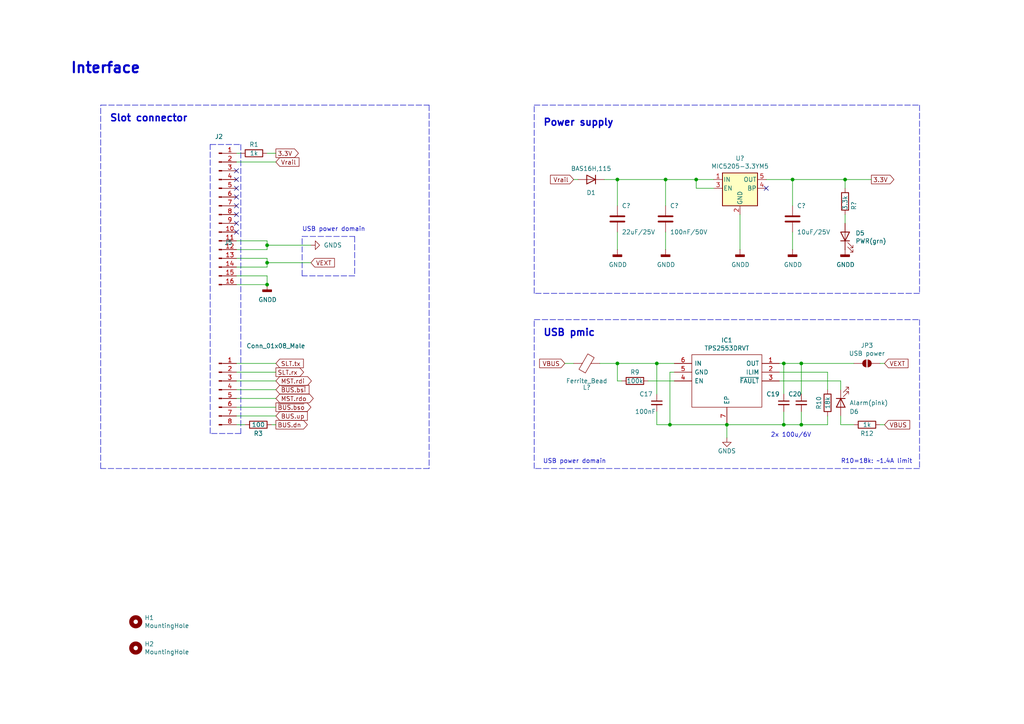
<source format=kicad_sch>
(kicad_sch (version 20250114) (generator "eeschema") (generator_version "9.0")
  (paper "A4")
  (title_block (title "RTB C10 Module") (date "2025-09-22") (rev "4") (company "Frank Schumacher") (comment 1 "Bus Master /w USB"))
  (lib_symbols
    (symbol "Connector:Conn_01x08_Male" (pin_names (offset 1.016) (hide yes))
      (property "Reference" "J" (at 0 10.16 0))
      (property "Value" "Connector_Conn_01x08_Male" (at 0 -12.7 0))
      (symbol "Conn_01x08_Male_1_1"
        (rectangle (start 0.8636 7.747) (end 0 7.493) (stroke (width 0.1524)) (fill (type outline)))
        (rectangle (start 0.8636 5.207) (end 0 4.953) (stroke (width 0.1524)) (fill (type outline)))
        (rectangle (start 0.8636 2.667) (end 0 2.413) (stroke (width 0.1524)) (fill (type outline)))
        (rectangle (start 0.8636 0.127) (end 0 -0.127) (stroke (width 0.1524)) (fill (type outline)))
        (rectangle (start 0.8636 -2.413) (end 0 -2.667) (stroke (width 0.1524)) (fill (type outline)))
        (rectangle (start 0.8636 -4.953) (end 0 -5.207) (stroke (width 0.1524)) (fill (type outline)))
        (rectangle (start 0.8636 -7.493) (end 0 -7.747) (stroke (width 0.1524)) (fill (type outline)))
        (rectangle (start 0.8636 -10.033) (end 0 -10.287) (stroke (width 0.1524)) (fill (type outline)))
        (polyline (pts (xy 1.27 7.62) (xy 0.8636 7.62)) (stroke (width 0.1524)))
        (polyline (pts (xy 1.27 5.08) (xy 0.8636 5.08)) (stroke (width 0.1524)))
        (polyline (pts (xy 1.27 2.54) (xy 0.8636 2.54)) (stroke (width 0.1524)))
        (polyline (pts (xy 1.27 0) (xy 0.8636 0)) (stroke (width 0.1524)))
        (polyline (pts (xy 1.27 -2.54) (xy 0.8636 -2.54)) (stroke (width 0.1524)))
        (polyline (pts (xy 1.27 -5.08) (xy 0.8636 -5.08)) (stroke (width 0.1524)))
        (polyline (pts (xy 1.27 -7.62) (xy 0.8636 -7.62)) (stroke (width 0.1524)))
        (polyline (pts (xy 1.27 -10.16) (xy 0.8636 -10.16)) (stroke (width 0.1524)))
        (pin passive line (at 5.08 7.62 180) (length 3.81) (name "Pin_1") (number "1"))
        (pin passive line (at 5.08 5.08 180) (length 3.81) (name "Pin_2") (number "2"))
        (pin passive line (at 5.08 2.54 180) (length 3.81) (name "Pin_3") (number "3"))
        (pin passive line (at 5.08 0 180) (length 3.81) (name "Pin_4") (number "4"))
        (pin passive line (at 5.08 -2.54 180) (length 3.81) (name "Pin_5") (number "5"))
        (pin passive line (at 5.08 -5.08 180) (length 3.81) (name "Pin_6") (number "6"))
        (pin passive line (at 5.08 -7.62 180) (length 3.81) (name "Pin_7") (number "7"))
        (pin passive line (at 5.08 -10.16 180) (length 3.81) (name "Pin_8") (number "8"))
      )
    )
    (symbol "Connector:Conn_01x16_Male" (pin_names (offset 1.016) (hide yes))
      (property "Reference" "J" (at 0 20.32 0))
      (property "Value" "Connector_Conn_01x16_Male" (at 0 -22.86 0))
      (symbol "Conn_01x16_Male_1_1"
        (rectangle (start 0.8636 17.907) (end 0 17.653) (stroke (width 0.1524)) (fill (type outline)))
        (rectangle (start 0.8636 15.367) (end 0 15.113) (stroke (width 0.1524)) (fill (type outline)))
        (rectangle (start 0.8636 12.827) (end 0 12.573) (stroke (width 0.1524)) (fill (type outline)))
        (rectangle (start 0.8636 10.287) (end 0 10.033) (stroke (width 0.1524)) (fill (type outline)))
        (rectangle (start 0.8636 7.747) (end 0 7.493) (stroke (width 0.1524)) (fill (type outline)))
        (rectangle (start 0.8636 5.207) (end 0 4.953) (stroke (width 0.1524)) (fill (type outline)))
        (rectangle (start 0.8636 2.667) (end 0 2.413) (stroke (width 0.1524)) (fill (type outline)))
        (rectangle (start 0.8636 0.127) (end 0 -0.127) (stroke (width 0.1524)) (fill (type outline)))
        (rectangle (start 0.8636 -2.413) (end 0 -2.667) (stroke (width 0.1524)) (fill (type outline)))
        (rectangle (start 0.8636 -4.953) (end 0 -5.207) (stroke (width 0.1524)) (fill (type outline)))
        (rectangle (start 0.8636 -7.493) (end 0 -7.747) (stroke (width 0.1524)) (fill (type outline)))
        (rectangle (start 0.8636 -10.033) (end 0 -10.287) (stroke (width 0.1524)) (fill (type outline)))
        (rectangle (start 0.8636 -12.573) (end 0 -12.827) (stroke (width 0.1524)) (fill (type outline)))
        (rectangle (start 0.8636 -15.113) (end 0 -15.367) (stroke (width 0.1524)) (fill (type outline)))
        (rectangle (start 0.8636 -17.653) (end 0 -17.907) (stroke (width 0.1524)) (fill (type outline)))
        (rectangle (start 0.8636 -20.193) (end 0 -20.447) (stroke (width 0.1524)) (fill (type outline)))
        (polyline (pts (xy 1.27 17.78) (xy 0.8636 17.78)) (stroke (width 0.1524)))
        (polyline (pts (xy 1.27 15.24) (xy 0.8636 15.24)) (stroke (width 0.1524)))
        (polyline (pts (xy 1.27 12.7) (xy 0.8636 12.7)) (stroke (width 0.1524)))
        (polyline (pts (xy 1.27 10.16) (xy 0.8636 10.16)) (stroke (width 0.1524)))
        (polyline (pts (xy 1.27 7.62) (xy 0.8636 7.62)) (stroke (width 0.1524)))
        (polyline (pts (xy 1.27 5.08) (xy 0.8636 5.08)) (stroke (width 0.1524)))
        (polyline (pts (xy 1.27 2.54) (xy 0.8636 2.54)) (stroke (width 0.1524)))
        (polyline (pts (xy 1.27 0) (xy 0.8636 0)) (stroke (width 0.1524)))
        (polyline (pts (xy 1.27 -2.54) (xy 0.8636 -2.54)) (stroke (width 0.1524)))
        (polyline (pts (xy 1.27 -5.08) (xy 0.8636 -5.08)) (stroke (width 0.1524)))
        (polyline (pts (xy 1.27 -7.62) (xy 0.8636 -7.62)) (stroke (width 0.1524)))
        (polyline (pts (xy 1.27 -10.16) (xy 0.8636 -10.16)) (stroke (width 0.1524)))
        (polyline (pts (xy 1.27 -12.7) (xy 0.8636 -12.7)) (stroke (width 0.1524)))
        (polyline (pts (xy 1.27 -15.24) (xy 0.8636 -15.24)) (stroke (width 0.1524)))
        (polyline (pts (xy 1.27 -17.78) (xy 0.8636 -17.78)) (stroke (width 0.1524)))
        (polyline (pts (xy 1.27 -20.32) (xy 0.8636 -20.32)) (stroke (width 0.1524)))
        (pin passive line (at 5.08 17.78 180) (length 3.81) (name "Pin_1") (number "1"))
        (pin passive line (at 5.08 15.24 180) (length 3.81) (name "Pin_2") (number "2"))
        (pin passive line (at 5.08 12.7 180) (length 3.81) (name "Pin_3") (number "3"))
        (pin passive line (at 5.08 10.16 180) (length 3.81) (name "Pin_4") (number "4"))
        (pin passive line (at 5.08 7.62 180) (length 3.81) (name "Pin_5") (number "5"))
        (pin passive line (at 5.08 5.08 180) (length 3.81) (name "Pin_6") (number "6"))
        (pin passive line (at 5.08 2.54 180) (length 3.81) (name "Pin_7") (number "7"))
        (pin passive line (at 5.08 0 180) (length 3.81) (name "Pin_8") (number "8"))
        (pin passive line (at 5.08 -2.54 180) (length 3.81) (name "Pin_9") (number "9"))
        (pin passive line (at 5.08 -5.08 180) (length 3.81) (name "Pin_10") (number "10"))
        (pin passive line (at 5.08 -7.62 180) (length 3.81) (name "Pin_11") (number "11"))
        (pin passive line (at 5.08 -10.16 180) (length 3.81) (name "Pin_12") (number "12"))
        (pin passive line (at 5.08 -12.7 180) (length 3.81) (name "Pin_13") (number "13"))
        (pin passive line (at 5.08 -15.24 180) (length 3.81) (name "Pin_14") (number "14"))
        (pin passive line (at 5.08 -17.78 180) (length 3.81) (name "Pin_15") (number "15"))
        (pin passive line (at 5.08 -20.32 180) (length 3.81) (name "Pin_16") (number "16"))
      )
    )
    (symbol "Device:C" (pin_numbers (hide yes)) (pin_names (offset 0.254))
      (property "Reference" "C" (at 0.635 2.54 0))
      (property "Value" "C" (at 0.635 -2.54 0))
      (symbol "C_0_1"
        (polyline (pts (xy -2.032 0.762) (xy 2.032 0.762)) (stroke (width 0.508)))
        (polyline (pts (xy -2.032 -0.762) (xy 2.032 -0.762)) (stroke (width 0.508)))
      )
      (symbol "C_1_1"
        (pin passive line (at 0 3.81 270) (length 2.794) (name "~") (number "1"))
        (pin passive line (at 0 -3.81 90) (length 2.794) (name "~") (number "2"))
      )
    )
    (symbol "Device:C_Small" (pin_numbers (hide yes)) (pin_names (offset 0.254) (hide yes))
      (property "Reference" "C" (at 0.254 1.778 0))
      (property "Value" "C_Small" (at 0.254 -2.032 0))
      (symbol "C_Small_0_1"
        (polyline (pts (xy -1.524 0.508) (xy 1.524 0.508)) (stroke (width 0.3048)))
        (polyline (pts (xy -1.524 -0.508) (xy 1.524 -0.508)) (stroke (width 0.3302)))
      )
      (symbol "C_Small_1_1"
        (pin passive line (at 0 2.54 270) (length 2.032) (name "~") (number "1"))
        (pin passive line (at 0 -2.54 90) (length 2.032) (name "~") (number "2"))
      )
    )
    (symbol "Device:D" (pin_numbers (hide yes)) (pin_names (offset 1.016) (hide yes))
      (property "Reference" "D" (at 0 2.54 0))
      (property "Value" "D" (at 0 -2.54 0))
      (symbol "D_0_1"
        (polyline (pts (xy -1.27 1.27) (xy -1.27 -1.27)) (stroke (width 0.254)))
        (polyline (pts (xy 1.27 1.27) (xy 1.27 -1.27) (xy -1.27 0) (xy 1.27 1.27)) (stroke (width 0.254)))
        (polyline (pts (xy 1.27 0) (xy -1.27 0)))
      )
      (symbol "D_1_1"
        (pin passive line (at -3.81 0 0) (length 2.54) (name "K") (number "1"))
        (pin passive line (at 3.81 0 180) (length 2.54) (name "A") (number "2"))
      )
    )
    (symbol "Device:Ferrite_Bead" (pin_numbers (hide yes)) (pin_names (offset 0))
      (property "Reference" "FB" (at -3.81 0.635 90))
      (property "Value" "Device_Ferrite_Bead" (at 3.81 0 90))
      (symbol "Ferrite_Bead_0_1"
        (polyline (pts (xy -2.7686 0.4064) (xy -1.7018 2.2606) (xy 2.7686 -0.3048) (xy 1.6764 -2.159) (xy -2.7686 0.4064)))
        (polyline (pts (xy 0 1.27) (xy 0 1.2954)))
        (polyline (pts (xy 0 -1.27) (xy 0 -1.2192)))
      )
      (symbol "Ferrite_Bead_1_1"
        (pin passive line (at 0 3.81 270) (length 2.54) (name "~") (number "1"))
        (pin passive line (at 0 -3.81 90) (length 2.54) (name "~") (number "2"))
      )
    )
    (symbol "Device:LED" (pin_numbers (hide yes)) (pin_names (offset 1.016) (hide yes))
      (property "Reference" "D" (at 0 2.54 0))
      (property "Value" "LED" (at 0 -2.54 0))
      (symbol "LED_0_1"
        (polyline (pts (xy -3.048 -0.762) (xy -4.572 -2.286) (xy -3.81 -2.286) (xy -4.572 -2.286) (xy -4.572 -1.524)))
        (polyline (pts (xy -1.778 -0.762) (xy -3.302 -2.286) (xy -2.54 -2.286) (xy -3.302 -2.286) (xy -3.302 -1.524)))
        (polyline (pts (xy -1.27 0) (xy 1.27 0)))
        (polyline (pts (xy -1.27 -1.27) (xy -1.27 1.27)) (stroke (width 0.254)))
        (polyline (pts (xy 1.27 -1.27) (xy 1.27 1.27) (xy -1.27 0) (xy 1.27 -1.27)) (stroke (width 0.254)))
      )
      (symbol "LED_1_1"
        (pin passive line (at -3.81 0 0) (length 2.54) (name "K") (number "1"))
        (pin passive line (at 3.81 0 180) (length 2.54) (name "A") (number "2"))
      )
    )
    (symbol "Device:R" (pin_numbers (hide yes)) (pin_names (offset 0))
      (property "Reference" "R" (at 2.032 0 90))
      (property "Value" "R" (at 0 0 90))
      (symbol "R_0_1"
        (rectangle (start -1.016 -2.54) (end 1.016 2.54) (stroke (width 0.254)))
      )
      (symbol "R_1_1"
        (pin passive line (at 0 3.81 270) (length 1.27) (name "~") (number "1"))
        (pin passive line (at 0 -3.81 90) (length 1.27) (name "~") (number "2"))
      )
    )
    (symbol "Jumper:SolderJumper_2_Open" (pin_numbers (hide yes)) (pin_names (offset 0) (hide yes)) (in_bom no)
      (property "Reference" "JP" (at 0 2.032 0))
      (property "Value" "SolderJumper_2_Open" (at 0 -2.54 0))
      (symbol "SolderJumper_2_Open_0_1"
        (polyline (pts (xy -0.254 1.016) (xy -0.254 -1.016)))
        (arc (start -0.254 -1.016) (mid -1.2656 0) (end -0.254 1.016))
        (arc (start -0.254 -1.016) (mid -1.2656 0) (end -0.254 1.016) (fill (type outline)))
        (arc (start 0.254 1.016) (mid 1.2656 0) (end 0.254 -1.016))
        (arc (start 0.254 1.016) (mid 1.2656 0) (end 0.254 -1.016) (fill (type outline)))
        (polyline (pts (xy 0.254 1.016) (xy 0.254 -1.016)))
      )
      (symbol "SolderJumper_2_Open_1_1"
        (pin passive line (at -3.81 0 0) (length 2.54) (name "A") (number "1"))
        (pin passive line (at 3.81 0 180) (length 2.54) (name "B") (number "2"))
      )
    )
    (symbol "Mechanical:MountingHole" (pin_names (offset 1.016)) (in_bom no)
      (property "Reference" "H" (at 0 5.08 0))
      (property "Value" "MountingHole" (at 0 3.175 0))
      (symbol "MountingHole_0_1"
        (circle (center 0 0) (radius 1.27) (stroke (width 1.27)))
      )
    )
    (symbol "RTB:TPS2552DRVT" (pin_names (offset 0.762))
      (property "Reference" "IC" (at 26.67 7.62 0))
      (property "Value" "TPS2552DRVT" (at 26.67 5.08 0))
      (symbol "TPS2552DRVT_0_0"
        (pin passive line (at 0 0 0) (length 5.08) (name "OUT") (number "1"))
        (pin passive line (at 0 -2.54 0) (length 5.08) (name "ILIM") (number "2"))
        (pin passive line (at 0 -5.08 0) (length 5.08) (name "~{FAULT}") (number "3"))
        (pin passive line (at 15.24 -17.78 90) (length 5.08) (name "EP") (number "7"))
        (pin passive line (at 30.48 0 180) (length 5.08) (name "IN") (number "6"))
        (pin passive line (at 30.48 -2.54 180) (length 5.08) (name "GND") (number "5"))
        (pin passive line (at 30.48 -5.08 180) (length 5.08) (name "EN") (number "4"))
      )
      (symbol "TPS2552DRVT_0_1"
        (polyline (pts (xy 5.08 2.54) (xy 25.4 2.54) (xy 25.4 -12.7) (xy 5.08 -12.7) (xy 5.08 2.54)) (stroke (width 0.1524)))
      )
    )
    (symbol "Regulator_Linear:MIC5205-3.3YM5" (pin_names (offset 0.254))
      (property "Reference" "U" (at -3.81 5.715 0))
      (property "Value" "MIC5205-3.3YM5" (at 0 5.715 0))
      (symbol "MIC5205-3.3YM5_0_1"
        (rectangle (start -5.08 4.445) (end 5.08 -5.08) (stroke (width 0.254)) (fill (type background)))
      )
      (symbol "MIC5205-3.3YM5_1_1"
        (pin power_in line (at -7.62 2.54 0) (length 2.54) (name "IN") (number "1"))
        (pin input line (at -7.62 0 0) (length 2.54) (name "EN") (number "3"))
        (pin power_in line (at 0 -7.62 90) (length 2.54) (name "GND") (number "2"))
        (pin power_out line (at 7.62 2.54 180) (length 2.54) (name "OUT") (number "5"))
        (pin input line (at 7.62 0 180) (length 2.54) (name "BP") (number "4"))
      )
    )
    (symbol "power:GNDD" (power) (pin_numbers (hide yes)) (pin_names (offset 0) (hide yes))
      (property "Value" "GNDD" (at 0 -3.175 0))
      (symbol "GNDD_0_1"
        (rectangle (start -1.27 -1.524) (end 1.27 -2.032) (stroke (width 0.254)) (fill (type outline)))
        (polyline (pts (xy 0 0) (xy 0 -1.524)))
      )
      (symbol "GNDD_1_1"
        (pin power_in line (at 0 0 270) (length 0) (name "~") (number "1"))
      )
    )
    (symbol "power:GNDS" (power) (pin_numbers (hide yes)) (pin_names (offset 0) (hide yes))
      (property "Value" "GNDS" (at 0 -3.81 0))
      (symbol "GNDS_0_1"
        (polyline (pts (xy 0 0) (xy 0 -1.27) (xy 1.27 -1.27) (xy 0 -2.54) (xy -1.27 -1.27) (xy 0 -1.27)))
      )
      (symbol "GNDS_1_1"
        (pin power_in line (at 0 0 270) (length 0) (name "~") (number "1"))
      )
    )
  )
  (text "Slot connector" (at 31.75 35.56 0) (effects (font (size 2.0066 2.0066) (thickness 0.4013) (bold yes)) (justify left bottom)))
  (text "R10=18k: ~1.4A limit" (at 254.254 133.858 0) (effects (font (size 1.27 1.27))))
  (text "2x 100u/6V" (at 223.52 127 0) (effects (font (size 1.27 1.27)) (justify left bottom)))
  (text "Interface" (at 20.32 21.59 0) (effects (font (size 2.9972 2.9972) (thickness 0.5994) (bold yes)) (justify left bottom)))
  (text "USB pmic" (at 157.48 97.79 0) (effects (font (size 2.0066 2.0066) (thickness 0.4013) (bold yes)) (justify left bottom)))
  (text "Power supply" (at 157.48 36.83 0) (effects (font (size 2.0066 2.0066) (thickness 0.4013) (bold yes)) (justify left bottom)))
  (text "USB power domain" (at 87.63 67.31 0) (effects (font (size 1.27 1.27)) (justify left bottom)))
  (text "USB power domain" (at 157.48 134.62 0) (effects (font (size 1.27 1.27)) (justify left bottom)))
  (junction (at 77.47 71.12))
  (junction (at 194.31 123.19))
  (junction (at 229.87 52.07))
  (junction (at 179.07 105.41))
  (junction (at 77.47 76.2))
  (junction (at 210.82 123.19))
  (junction (at 227.33 105.41))
  (junction (at 232.41 105.41))
  (junction (at 227.33 123.19))
  (junction (at 190.5 105.41))
  (junction (at 232.41 123.19))
  (junction (at 77.47 82.55))
  (junction (at 245.11 52.07))
  (junction (at 201.93 52.07))
  (junction (at 193.04 52.07))
  (junction (at 179.07 52.07))
  (no_connect (at 68.58 64.77))
  (no_connect (at 68.58 62.23))
  (no_connect (at 68.58 59.69))
  (no_connect (at 68.58 57.15))
  (no_connect (at 68.58 49.53))
  (no_connect (at 68.58 52.07))
  (no_connect (at 222.25 54.61))
  (no_connect (at 68.58 54.61))
  (no_connect (at 68.58 67.31))
  (polyline (pts (xy 154.94 30.48) (xy 266.7 30.48)) (stroke (width 0) (type dash)))
  (wire (pts (xy 68.58 74.93) (xy 77.47 74.93)))
  (wire (pts (xy 68.58 80.01) (xy 77.47 80.01)))
  (wire (pts (xy 68.58 44.45) (xy 69.85 44.45)))
  (wire (pts (xy 255.27 123.19) (xy 256.54 123.19)))
  (wire (pts (xy 243.84 120.65) (xy 243.84 123.19)))
  (polyline (pts (xy 29.21 30.48) (xy 124.46 30.48)) (stroke (width 0) (type dash)))
  (wire (pts (xy 77.47 71.12) (xy 77.47 72.39)))
  (wire (pts (xy 222.25 52.07) (xy 229.87 52.07)))
  (wire (pts (xy 190.5 105.41) (xy 195.58 105.41)))
  (wire (pts (xy 245.11 52.07) (xy 252.73 52.07)))
  (wire (pts (xy 190.5 114.3) (xy 190.5 105.41)))
  (polyline (pts (xy 102.87 80.01) (xy 87.63 80.01)) (stroke (width 0) (type dash)))
  (wire (pts (xy 68.58 113.03) (xy 80.01 113.03)))
  (wire (pts (xy 226.06 105.41) (xy 227.33 105.41)))
  (wire (pts (xy 207.01 54.61) (xy 201.93 54.61)))
  (wire (pts (xy 77.47 72.39) (xy 68.58 72.39)))
  (wire (pts (xy 77.47 71.12) (xy 90.17 71.12)))
  (wire (pts (xy 173.99 105.41) (xy 179.07 105.41)))
  (polyline (pts (xy 266.7 92.71) (xy 266.7 135.89)) (stroke (width 0) (type dash)))
  (wire (pts (xy 226.06 110.49) (xy 243.84 110.49)))
  (polyline (pts (xy 154.94 85.09) (xy 154.94 30.48)) (stroke (width 0) (type dash)))
  (wire (pts (xy 77.47 74.93) (xy 77.47 76.2)))
  (wire (pts (xy 227.33 105.41) (xy 227.33 114.3)))
  (polyline (pts (xy 124.46 30.48) (xy 124.46 135.89)) (stroke (width 0) (type dash)))
  (wire (pts (xy 240.03 123.19) (xy 232.41 123.19)))
  (polyline (pts (xy 60.96 41.91) (xy 69.85 41.91)) (stroke (width 0) (type dash)))
  (wire (pts (xy 68.58 110.49) (xy 80.01 110.49)))
  (polyline (pts (xy 154.94 92.71) (xy 266.7 92.71)) (stroke (width 0) (type dash)))
  (polyline (pts (xy 266.7 135.89) (xy 154.94 135.89)) (stroke (width 0) (type dash)))
  (wire (pts (xy 179.07 52.07) (xy 193.04 52.07)))
  (wire (pts (xy 214.63 62.23) (xy 214.63 72.39)))
  (wire (pts (xy 190.5 123.19) (xy 194.31 123.19)))
  (wire (pts (xy 163.83 105.41) (xy 166.37 105.41)))
  (wire (pts (xy 193.04 52.07) (xy 201.93 52.07)))
  (wire (pts (xy 68.58 69.85) (xy 77.47 69.85)))
  (wire (pts (xy 255.27 105.41) (xy 256.54 105.41)))
  (wire (pts (xy 245.11 62.23) (xy 245.11 64.77)))
  (wire (pts (xy 194.31 107.95) (xy 194.31 123.19)))
  (wire (pts (xy 77.47 44.45) (xy 80.01 44.45)))
  (wire (pts (xy 232.41 114.3) (xy 232.41 105.41)))
  (polyline (pts (xy 102.87 68.58) (xy 102.87 80.01)) (stroke (width 0) (type dash)))
  (wire (pts (xy 77.47 76.2) (xy 90.17 76.2)))
  (wire (pts (xy 78.74 123.19) (xy 80.01 123.19)))
  (wire (pts (xy 68.58 105.41) (xy 80.01 105.41)))
  (wire (pts (xy 179.07 110.49) (xy 179.07 105.41)))
  (wire (pts (xy 229.87 67.31) (xy 229.87 72.39)))
  (wire (pts (xy 243.84 123.19) (xy 247.65 123.19)))
  (wire (pts (xy 227.33 123.19) (xy 210.82 123.19)))
  (wire (pts (xy 193.04 59.69) (xy 193.04 52.07)))
  (wire (pts (xy 68.58 118.11) (xy 80.01 118.11)))
  (wire (pts (xy 179.07 59.69) (xy 179.07 52.07)))
  (polyline (pts (xy 69.85 125.73) (xy 60.96 125.73)) (stroke (width 0) (type dash)))
  (polyline (pts (xy 266.7 85.09) (xy 154.94 85.09)) (stroke (width 0) (type dash)))
  (wire (pts (xy 201.93 54.61) (xy 201.93 52.07)))
  (wire (pts (xy 245.11 54.61) (xy 245.11 52.07)))
  (polyline (pts (xy 69.85 41.91) (xy 69.85 125.73)) (stroke (width 0) (type dash)))
  (polyline (pts (xy 154.94 135.89) (xy 154.94 92.71)) (stroke (width 0) (type dash)))
  (wire (pts (xy 68.58 107.95) (xy 80.01 107.95)))
  (wire (pts (xy 77.47 69.85) (xy 77.47 71.12)))
  (wire (pts (xy 68.58 82.55) (xy 77.47 82.55)))
  (wire (pts (xy 195.58 107.95) (xy 194.31 107.95)))
  (wire (pts (xy 232.41 123.19) (xy 227.33 123.19)))
  (wire (pts (xy 193.04 67.31) (xy 193.04 72.39)))
  (wire (pts (xy 227.33 105.41) (xy 232.41 105.41)))
  (wire (pts (xy 68.58 46.99) (xy 80.01 46.99)))
  (wire (pts (xy 243.84 110.49) (xy 243.84 113.03)))
  (wire (pts (xy 179.07 105.41) (xy 190.5 105.41)))
  (polyline (pts (xy 87.63 80.01) (xy 87.63 68.58)) (stroke (width 0) (type dash)))
  (polyline (pts (xy 87.63 68.58) (xy 102.87 68.58)) (stroke (width 0) (type dash)))
  (wire (pts (xy 68.58 115.57) (xy 80.01 115.57)))
  (wire (pts (xy 240.03 107.95) (xy 240.03 113.03)))
  (wire (pts (xy 226.06 107.95) (xy 240.03 107.95)))
  (polyline (pts (xy 266.7 30.48) (xy 266.7 85.09)) (stroke (width 0) (type dash)))
  (wire (pts (xy 232.41 119.38) (xy 232.41 123.19)))
  (wire (pts (xy 166.37 52.07) (xy 167.64 52.07)))
  (wire (pts (xy 201.93 52.07) (xy 207.01 52.07)))
  (wire (pts (xy 232.41 105.41) (xy 247.65 105.41)))
  (wire (pts (xy 179.07 72.39) (xy 179.07 67.31)))
  (polyline (pts (xy 29.21 135.89) (xy 29.21 30.48)) (stroke (width 0) (type dash)))
  (polyline (pts (xy 124.46 135.89) (xy 29.21 135.89)) (stroke (width 0) (type dash)))
  (wire (pts (xy 77.47 77.47) (xy 68.58 77.47)))
  (wire (pts (xy 229.87 52.07) (xy 229.87 59.69)))
  (wire (pts (xy 187.96 110.49) (xy 195.58 110.49)))
  (wire (pts (xy 175.26 52.07) (xy 179.07 52.07)))
  (wire (pts (xy 190.5 119.38) (xy 190.5 123.19)))
  (wire (pts (xy 77.47 76.2) (xy 77.47 77.47)))
  (wire (pts (xy 179.07 110.49) (xy 180.34 110.49)))
  (wire (pts (xy 68.58 123.19) (xy 71.12 123.19)))
  (wire (pts (xy 210.82 123.19) (xy 194.31 123.19)))
  (wire (pts (xy 77.47 80.01) (xy 77.47 82.55)))
  (wire (pts (xy 68.58 120.65) (xy 80.01 120.65)))
  (wire (pts (xy 229.87 52.07) (xy 245.11 52.07)))
  (polyline (pts (xy 60.96 125.73) (xy 60.96 41.91)) (stroke (width 0) (type dash)))
  (wire (pts (xy 227.33 119.38) (xy 227.33 123.19)))
  (wire (pts (xy 210.82 123.19) (xy 210.82 127)))
  (wire (pts (xy 240.03 120.65) (xy 240.03 123.19)))
  (global_label "Vrail" (shape input) (at 80.01 46.99 0) (property "Intersheetrefs" "${INTERSHEET_REFS}" (effects (hide yes))))
  (global_label "VEXT" (shape input) (at 90.17 76.2 0) (property "Intersheetrefs" "${INTERSHEET_REFS}" (effects (hide yes))))
  (global_label "VEXT" (shape input) (at 256.54 105.41 0) (property "Intersheetrefs" "${INTERSHEET_REFS}" (effects (hide yes))))
  (global_label "VBUS" (shape input) (at 163.83 105.41 180) (property "Intersheetrefs" "${INTERSHEET_REFS}" (effects (hide yes))))
  (global_label "BUS.dn" (shape output) (at 80.01 123.19 0) (property "Intersheetrefs" "${INTERSHEET_REFS}" (effects (hide yes))))
  (global_label "3.3V" (shape output) (at 252.73 52.07 0) (property "Intersheetrefs" "${INTERSHEET_REFS}" (effects (hide yes))))
  (global_label "Vrail" (shape input) (at 166.37 52.07 180) (property "Intersheetrefs" "${INTERSHEET_REFS}" (effects (hide yes))))
  (global_label "MST.rdi" (shape bidirectional) (at 80.01 110.49 0) (property "Intersheetrefs" "${INTERSHEET_REFS}" (effects (hide yes))))
  (global_label "SLT.tx" (shape input) (at 80.01 105.41 0) (property "Intersheetrefs" "${INTERSHEET_REFS}" (effects (hide yes))))
  (global_label "3.3V" (shape output) (at 80.01 44.45 0) (property "Intersheetrefs" "${INTERSHEET_REFS}" (effects (hide yes))))
  (global_label "~{BUS.bsi}" (shape input) (at 80.01 113.03 0) (property "Intersheetrefs" "${INTERSHEET_REFS}" (effects (hide yes))))
  (global_label "VBUS" (shape input) (at 256.54 123.19 0) (property "Intersheetrefs" "${INTERSHEET_REFS}" (effects (hide yes))))
  (global_label "SLT.rx" (shape output) (at 80.01 107.95 0) (property "Intersheetrefs" "${INTERSHEET_REFS}" (effects (hide yes))))
  (global_label "BUS.up" (shape input) (at 80.01 120.65 0) (property "Intersheetrefs" "${INTERSHEET_REFS}" (effects (hide yes))))
  (global_label "MST.rdo" (shape bidirectional) (at 80.01 115.57 0) (property "Intersheetrefs" "${INTERSHEET_REFS}" (effects (hide yes))))
  (global_label "~{BUS.bso}" (shape output) (at 80.01 118.11 0) (property "Intersheetrefs" "${INTERSHEET_REFS}" (effects (hide yes))))
  (symbol (lib_id "Device:C") (at 193.04 63.5 0) (unit 1)
    (property "Reference" "C2" (at 194.31 59.69 0) (effects (justify left)))
    (property "Value" "100nF/50V" (at 194.31 67.31 0) (effects (justify left)))
    (property "Footprint" "Capacitor_SMD:C_0805_2012Metric" (effects (hide yes)))
    (property "Description" "100nF 50V X7R ±10% 0805 MLCC" (effects (hide yes)))
    (property "LCSC Part #" "C49678" (effects (hide yes)))
    (instances (project "" (path "" (reference "C?") (unit 1)) (path "" (reference "C2") (unit 1))))
  )
  (symbol (lib_id "Device:C") (at 229.87 63.5 0) (unit 1)
    (property "Reference" "C3" (at 231.14 59.69 0) (effects (justify left)))
    (property "Value" "10uF/25V" (at 231.14 67.31 0) (effects (justify left)))
    (property "Footprint" "Capacitor_SMD:C_0805_2012Metric" (effects (hide yes)))
    (property "Description" "10uF 25V X5R ±10% 0805 MLCC" (effects (hide yes)))
    (property "LCSC Part #" "C5137488" (effects (hide yes)))
    (instances (project "" (path "" (reference "C?") (unit 1)) (path "" (reference "C3") (unit 1))))
  )
  (symbol (lib_id "power:GNDD") (at 229.87 72.39 0) (unit 1)
    (property "Reference" "#PWR010" (effects (hide yes)))
    (property "Value" "GNDD" (at 229.997 76.7842 0))
    (instances (project "" (path "" (reference "#PWR?") (unit 1)) (path "" (reference "#PWR010") (unit 1))))
  )
  (symbol (lib_id "power:GNDD") (at 214.63 72.39 0) (unit 1)
    (property "Reference" "#PWR07" (effects (hide yes)))
    (property "Value" "GNDD" (at 214.757 76.7842 0))
    (instances (project "" (path "" (reference "#PWR?") (unit 1)) (path "" (reference "#PWR07") (unit 1))))
  )
  (symbol (lib_id "Regulator_Linear:MIC5205-3.3YM5") (at 214.63 54.61 0) (unit 1)
    (property "Reference" "U5" (at 214.63 45.9232 0))
    (property "Value" "MIC5205-3.3YM5" (at 214.63 48.2346 0))
    (property "Footprint" "Package_TO_SOT_SMD:SOT-23-5" (effects (hide yes)))
    (property "Datasheet" "http://ww1.microchip.com/downloads/en/DeviceDoc/20005785A.pdf" (effects (hide yes)))
    (property "Description" "Positive SOT-23-5 Voltage Regulator" (effects (hide yes)))
    (property "Mouser" "998-MIC5205-3.3YM5TR" (effects (hide yes)))
    (property "LCSC Part #" "C37970" (effects (hide yes)))
    (instances (project "" (path "" (reference "U?") (unit 1)) (path "" (reference "U5") (unit 1))))
  )
  (symbol (lib_id "Device:LED") (at 245.11 68.58 90) (unit 1)
    (property "Reference" "D5" (at 248.1072 67.6148 90) (effects (justify right)))
    (property "Value" "PWR(grn)" (at 248.1072 69.9262 90) (effects (justify right)))
    (property "Footprint" "LED_SMD:LED_0603_1608Metric" (effects (hide yes)))
    (property "Description" "Green LED" (effects (hide yes)))
    (property "LCSC Part #" "C84264" (effects (hide yes)))
  )
  (symbol (lib_id "Device:R") (at 245.11 58.42 0) (unit 1)
    (property "Reference" "R28" (at 247.65 60.96 90) (effects (justify left)))
    (property "Value" "3.3k" (at 245.11 60.96 90) (effects (justify left)))
    (property "Footprint" "Resistor_SMD:R_0603_1608Metric" (effects (hide yes)))
    (property "Description" "-55℃~+155℃ 100mW 3.3kΩ 75V Thick Film Resistor ±1% ±100ppm/℃ 0603 Chip Resistor - Surface Mount ROHS" (effects (hide yes)))
    (property "LCSC Part #" "C22978" (effects (hide yes)))
    (instances (project "" (path "" (reference "R?") (unit 1)) (path "" (reference "R28") (unit 1))))
  )
  (symbol (lib_id "power:GNDD") (at 245.11 72.39 0) (unit 1)
    (property "Reference" "#PWR026" (effects (hide yes)))
    (property "Value" "GNDD" (at 245.237 76.7842 0))
    (instances (project "" (path "" (reference "#PWR?") (unit 1)) (path "" (reference "#PWR026") (unit 1))))
  )
  (symbol (lib_id "power:GNDD") (at 193.04 72.39 0) (unit 1)
    (property "Reference" "#PWR01" (effects (hide yes)))
    (property "Value" "GNDD" (at 193.167 76.7842 0))
    (instances (project "" (path "" (reference "#PWR?") (unit 1)) (path "" (reference "#PWR01") (unit 1))))
  )
  (symbol (lib_id "Connector:Conn_01x16_Male") (at 63.5 62.23 0) (unit 1)
    (property "Reference" "J2" (at 63.5 39.624 0))
    (property "Value" "Conn_01x16_Male" (effects (hide yes)))
    (property "Footprint" "Connector_PinHeader_2.54mm:PinHeader_1x16_P2.54mm_Vertical" (effects (hide yes)))
  )
  (symbol (lib_id "Mechanical:MountingHole") (at 39.37 187.96 0) (unit 1)
    (property "Reference" "H2" (at 41.91 186.7916 0) (effects (justify left)))
    (property "Value" "MountingHole" (at 41.91 189.103 0) (effects (justify left)))
    (property "Footprint" "MountingHole:MountingHole_3.2mm_M3_ISO7380_Pad" (effects (hide yes)))
    (property "Description" "M3 hole" (effects (hide yes)))
  )
  (symbol (lib_id "Mechanical:MountingHole") (at 39.37 180.34 0) (unit 1)
    (property "Reference" "H1" (at 41.91 179.1716 0) (effects (justify left)))
    (property "Value" "MountingHole" (at 41.91 181.483 0) (effects (justify left)))
    (property "Footprint" "MountingHole:MountingHole_3.2mm_M3_ISO7380_Pad" (effects (hide yes)))
    (property "Description" "M3 hole" (effects (hide yes)))
  )
  (symbol (lib_id "power:GNDD") (at 77.47 82.55 0) (unit 1)
    (property "Reference" "#PWR0101" (effects (hide yes)))
    (property "Value" "GNDD" (at 77.597 86.9442 0))
    (instances (project "" (path "" (reference "#PWR?") (unit 1)) (path "" (reference "#PWR0101") (unit 1))))
  )
  (symbol (lib_id "Device:D") (at 171.45 52.07 180) (unit 1)
    (property "Reference" "D1" (at 171.45 55.88 0))
    (property "Value" "BAS16H,115" (at 171.45 48.895 0))
    (property "Footprint" "Diode_SMD:D_SOD-123F" (effects (hide yes)))
    (property "Description" "1.25V@150mA 100V 215mA 4A 4ns 500nA@80V Independent SOD-123F Switching Diodes" (effects (hide yes)))
    (property "LCSC Part #" "C130413" (effects (hide yes)))
  )
  (symbol (lib_id "Device:R") (at 73.66 44.45 270) (unit 1)
    (property "Reference" "R1" (at 73.66 41.91 90))
    (property "Value" "1k" (at 73.66 44.45 90))
    (property "Footprint" "Resistor_SMD:R_0603_1608Metric" (effects (hide yes)))
    (property "Description" "1kOhms, 1%, 1/10W" (effects (hide yes)))
    (property "Mouser" "603-RC0603FR-101KL" (effects (hide yes)))
    (property "LCSC Part #" "C21190" (effects (hide yes)))
  )
  (symbol (lib_id "Device:R") (at 74.93 123.19 270) (unit 1)
    (property "Reference" "R3" (at 74.93 125.73 90))
    (property "Value" "100" (at 74.93 123.19 90))
    (property "Footprint" "Resistor_SMD:R_0603_1608Metric" (effects (hide yes)))
    (property "Description" "100 Ohms 1/4 W 0603 1 %" (effects (hide yes)))
    (property "Mouser" "603-SR0603FR-7T100RL" (effects (hide yes)))
    (property "LCSC Part #" "C22775" (effects (hide yes)))
  )
  (symbol (lib_id "Connector:Conn_01x08_Male") (at 63.5 113.03 0) (unit 1)
    (property "Reference" "J5" (at 66.2432 70.3326 0))
    (property "Value" "Conn_01x08_Male" (at 80.01 100.33 0))
    (property "Footprint" "Connector_PinHeader_2.54mm:PinHeader_1x08_P2.54mm_Vertical" (effects (hide yes)))
  )
  (symbol (lib_id "power:GNDD") (at 179.07 72.39 0) (unit 1)
    (property "Reference" "#PWR0110" (effects (hide yes)))
    (property "Value" "GNDD" (at 179.197 76.7842 0))
    (instances (project "" (path "" (reference "#PWR?") (unit 1)) (path "" (reference "#PWR0110") (unit 1))))
  )
  (symbol (lib_id "power:GNDS") (at 90.17 71.12 90) (unit 1)
    (property "Reference" "#PWR0111" (effects (hide yes)))
    (property "Value" "GNDS" (at 96.52 71.12 90))
    (instances (project "" (path "" (reference "#PWR?") (unit 1)) (path "" (reference "#PWR0111") (unit 1)) (path "" (reference "#PWR?") (unit 1))))
  )
  (symbol (lib_id "RTB:TPS2552DRVT") (at 226.06 105.41 0) (mirror y) (unit 1)
    (property "Reference" "IC1" (at 210.82 98.679 0))
    (property "Value" "TPS2553DRVT" (at 210.82 100.9904 0))
    (property "Footprint" "SON65P200X200X80-7N" (effects (hide yes)))
    (property "Datasheet" "http://www.ti.com/lit/gpn/tps2552" (effects (hide yes)))
    (property "Description" "Power-Distribution Switch" (effects (hide yes)))
    (property "LCSC Part #" "C2871420" (effects (hide yes)))
  )
  (symbol (lib_id "power:GNDS") (at 210.82 127 0) (unit 1)
    (property "Reference" "#PWR0113" (effects (hide yes)))
    (property "Value" "GNDS" (at 210.82 130.81 0))
    (instances (project "" (path "" (reference "#PWR?") (unit 1)) (path "" (reference "#PWR0113") (unit 1)) (path "" (reference "#PWR?") (unit 1))))
  )
  (symbol (lib_id "Device:R") (at 184.15 110.49 270) (unit 1)
    (property "Reference" "R9" (at 184.15 107.95 90))
    (property "Value" "100k" (at 184.15 110.49 90))
    (property "Footprint" "Resistor_SMD:R_0603_1608Metric" (effects (hide yes)))
    (property "Description" "-55℃~+155℃ 100kΩ 100mW 75V Thick Film Resistor ±1% ±100ppm/℃ 0603 Chip Resistor - Surface Mount ROHS" (effects (hide yes)))
    (property "LCSC Part #" "C25803" (effects (hide yes)))
  )
  (symbol (lib_id "Device:R") (at 240.03 116.84 180) (unit 1)
    (property "Reference" "R10" (at 237.49 116.84 90))
    (property "Value" "18k" (at 240.03 116.84 90))
    (property "Footprint" "Resistor_SMD:R_0603_1608Metric" (effects (hide yes)))
    (property "Description" "-55℃~+155℃ 100mW 18kΩ 75V Thick Film Resistor ±1% ±100ppm/℃ 0603 Chip Resistor - Surface Mount ROHS" (effects (hide yes)))
    (property "LCSC Part #" "C25810" (effects (hide yes)))
  )
  (symbol (lib_id "Device:C_Small") (at 190.5 116.84 0) (unit 1)
    (property "Reference" "C17" (at 185.42 114.3 0) (effects (justify left)))
    (property "Value" "100nF" (at 184.15 119.38 0) (effects (justify left)))
    (property "Footprint" "Capacitor_SMD:C_0603_1608Metric" (effects (hide yes)))
    (property "Description" "100nF 50V X7R ±10% 0603 Multilayer Ceramic Capacitors MLCC - SMD/SMT ROHS100nF 50V X7R ±10% 0603 Multilayer Ceramic Capacitors MLCC - SMD/SMT ROHS" (effects (hide yes)))
    (property "LCSC Part #" "C14663" (effects (hide yes)))
  )
  (symbol (lib_id "Device:C_Small") (at 232.41 116.84 0) (unit 1)
    (property "Reference" "C20" (at 228.6 114.3 0) (effects (justify left)))
    (property "Value" "220u/6.3V" (effects (hide yes)))
    (property "Footprint" "Capacitor_SMD:C_1206_3216Metric" (effects (hide yes)))
    (property "Description" "6.3V 100uF X5R 1206 20%" (effects (hide yes)))
    (property "LCSC Part #" "C15008" (effects (hide yes)))
  )
  (symbol (lib_id "Jumper:SolderJumper_2_Open") (at 251.46 105.41 0) (unit 1)
    (property "Reference" "JP3" (at 251.46 100.203 0))
    (property "Value" "USB power" (at 251.46 102.5144 0))
    (property "Footprint" "Connector_PinHeader_2.54mm:PinHeader_1x02_P2.54mm_Vertical" (effects (hide yes)))
  )
  (symbol (lib_id "Device:LED") (at 243.84 116.84 90) (mirror x) (unit 1)
    (property "Reference" "D6" (at 246.38 119.38 90) (effects (justify right)))
    (property "Value" "Alarm(pink)" (at 246.38 116.84 90) (effects (justify right)))
    (property "Footprint" "LED_SMD:LED_0603_1608Metric" (effects (hide yes)))
  )
  (symbol (lib_id "Device:R") (at 251.46 123.19 90) (unit 1)
    (property "Reference" "R12" (at 251.46 125.73 90))
    (property "Value" "1k" (at 251.46 123.19 90))
    (property "Footprint" "Resistor_SMD:R_0603_1608Metric" (effects (hide yes)))
    (property "Description" "1kOhms, 1%, 1/10W" (effects (hide yes)))
    (property "Mouser" "603-RC0603FR-101KL" (effects (hide yes)))
    (property "LCSC Part #" "C21190" (effects (hide yes)))
  )
  (symbol (lib_id "Device:C_Small") (at 227.33 116.84 0) (unit 1)
    (property "Reference" "C19" (at 222.25 114.3 0) (effects (justify left)))
    (property "Value" "220u/6.3V" (effects (hide yes)))
    (property "Footprint" "Capacitor_SMD:C_1206_3216Metric" (effects (hide yes)))
    (property "Description" "6.3V 100uF X5R 1206 20%" (effects (hide yes)))
    (property "LCSC Part #" "C15008" (effects (hide yes)))
  )
  (symbol (lib_id "Device:Ferrite_Bead") (at 170.18 105.41 90) (unit 1)
    (property "Reference" "L2" (at 170.18 112.3696 90))
    (property "Value" "Ferrite_Bead" (at 170.18 110.49 90))
    (property "Footprint" "Inductor_SMD:L_0805_2012Metric" (effects (hide yes)))
    (property "Description" "-55℃~+125℃ 1 100mΩ 2A 600Ω@100MHz ±25% 0805 Ferrite Beads ROHS" (effects (hide yes)))
    (property "LCSC Part #" "C845118" (effects (hide yes)))
    (instances (project "" (path "" (reference "L?") (unit 1)) (path "" (reference "L2") (unit 1)) (path "" (reference "L?") (unit 1))))
  )
  (symbol (lib_id "Device:C") (at 179.07 63.5 0) (unit 1)
    (property "Reference" "C16" (at 180.34 59.69 0) (effects (justify left)))
    (property "Value" "22uF/25V" (at 180.34 67.31 0) (effects (justify left)))
    (property "Footprint" "Capacitor_SMD:C_1206_3216Metric" (effects (hide yes)))
    (property "Description" "22uF 25V X5R ±10% 1206 MLCC" (effects (hide yes)))
    (property "LCSC Part #" "C12891" (effects (hide yes)))
    (instances (project "" (path "" (reference "C?") (unit 1)) (path "" (reference "C16") (unit 1))))
  )
)
</source>
